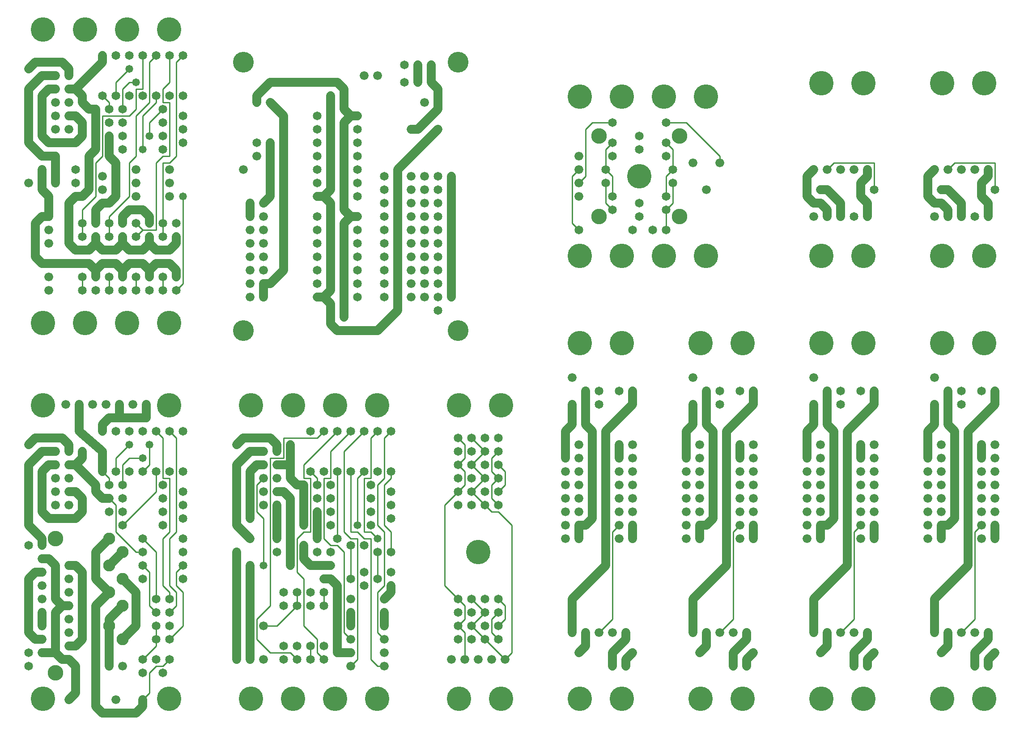
<source format=gtl>
%MOIN*%
%FSLAX25Y25*%
G04 D10 used for Character Trace; *
G04     Circle (OD=.01000) (No hole)*
G04 D11 used for Power Trace; *
G04     Circle (OD=.06500) (No hole)*
G04 D12 used for Signal Trace; *
G04     Circle (OD=.01100) (No hole)*
G04 D13 used for Via; *
G04     Circle (OD=.05800) (Round. Hole ID=.02800)*
G04 D14 used for Component hole; *
G04     Circle (OD=.06500) (Round. Hole ID=.03500)*
G04 D15 used for Component hole; *
G04     Circle (OD=.06600) (Round. Hole ID=.04200)*
G04 D16 used for Component hole; *
G04     Circle (OD=.08200) (Round. Hole ID=.05200)*
G04 D17 used for Component hole; *
G04     Circle (OD=.08950) (Round. Hole ID=.05950)*
G04 D18 used for Component hole; *
G04     Circle (OD=.11600) (Round. Hole ID=.08600)*
G04 D19 used for Component hole; *
G04     Circle (OD=.15500) (Round. Hole ID=.12500)*
G04 D20 used for Component hole; *
G04     Circle (OD=.16600) (Round. Hole ID=.13600)*
G04 D21 used for Component hole; *
G04     Circle (OD=.18200) (Round. Hole ID=.15200)*
%ADD10C,.01000*%
%ADD11C,.06500*%
%ADD12C,.01100*%
%ADD13C,.05800*%
%ADD14C,.06500*%
%ADD15C,.06600*%
%ADD16C,.08200*%
%ADD17C,.08950*%
%ADD18C,.11600*%
%ADD19C,.15500*%
%ADD20C,.16600*%
%ADD21C,.18200*%
%IPPOS*%
%LPD*%
G90*X0Y0D02*D21*X15625Y15625D03*D18*              
X25000Y35000D03*D15*X35000Y15000D03*D11*          
X40000Y20000D01*Y40000D01*X35000Y45000D01*        
X30000D01*X25000Y50000D01*X15000D01*D15*D03*D14*  
X5000Y40000D03*D11*X25000Y50000D02*Y80000D01*     
X30000Y85000D01*X35000D01*D15*D03*D11*X30000D02*  
X25000Y90000D01*Y115000D01*X20000Y120000D01*      
X15000D01*D15*D03*D14*X5000Y130000D03*D11*        
Y105000D02*X10000Y110000D01*X5000Y65000D02*       
Y105000D01*X10000Y60000D02*X5000Y65000D01*        
X10000Y60000D02*X15000D01*D15*D03*D14*            
X5000Y50000D03*D15*X15000Y70000D03*D11*Y80000D01* 
D15*D03*Y90000D03*X35000Y65000D03*Y75000D03*      
X15000Y100000D03*X35000Y95000D03*D11*Y55000D02*   
X40000D01*D15*X35000D03*D11*X40000D02*            
X45000Y60000D01*Y110000D01*X40000Y115000D01*      
X35000D01*D15*D03*Y105000D03*D11*X15000Y130000D02*
Y135000D01*D14*Y130000D03*D11*Y135000D02*         
X5000Y145000D01*Y190000D01*X15000Y200000D01*      
X25000D01*D15*D03*X35000Y190000D03*D11*X40000D01* 
X55000Y175000D01*D14*D03*D11*Y170000D01*          
X60000Y165000D01*X65000D01*D14*D03*D12*           
X70000Y160000D01*Y140000D01*X85000Y125000D01*     
X90000D01*D14*D03*D12*X100000Y90000D02*Y125000D01*
D14*Y90000D03*D12*Y80000D02*X95000Y85000D01*D14*  
X100000Y80000D03*D12*X95000Y85000D02*Y110000D01*  
X90000Y115000D01*D14*D03*D12*X100000Y125000D02*   
X90000Y135000D01*D14*D03*X75000Y145000D03*D12*    
X100000Y170000D01*Y185000D01*D14*D03*D12*         
X105000Y180000D02*X110000D01*Y140000D01*          
X105000Y135000D01*Y100000D01*X110000Y95000D01*    
Y90000D01*D14*D03*D12*Y80000D02*X115000Y85000D01* 
D14*X110000Y80000D03*D12*X115000Y85000D02*        
Y95000D01*X110000Y100000D01*Y135000D01*           
X115000Y140000D01*Y210000D01*X110000Y215000D01*   
D14*D03*D12*X105000Y180000D02*Y210000D01*D14*     
X110000Y185000D03*X105000Y175000D03*D12*          
X90000Y185000D02*X95000Y190000D01*D14*            
X90000Y185000D03*D12*X95000Y190000D02*Y205000D01* 
D13*D03*D14*X100000Y215000D03*D12*                
X105000Y210000D01*D13*X90000Y195000D03*D12*       
X80000D01*X75000Y190000D01*Y175000D01*D14*D03*    
X80000Y185000D03*D12*X65000Y175000D02*Y180000D01* 
D14*Y175000D03*D12*Y180000D02*X60000Y185000D01*   
D14*D03*D11*Y200000D01*X42500Y215000D01*          
Y235000D01*D15*D03*X52500D03*X32500D03*D11*       
X60000Y215000D02*Y220000D01*D14*Y215000D03*D11*   
Y220000D02*X65000Y225000D01*X72500D01*X92500D01*  
Y235000D01*D15*D03*X82500D03*D21*                 
X109375Y234375D03*D14*X80000Y215000D03*X90000D03* 
D15*X72500Y235000D03*D11*Y225000D01*D15*          
X62500Y235000D03*D14*X70000Y215000D03*D13*        
X80000Y205000D03*D12*X70000Y195000D01*Y185000D01* 
D14*D03*X75000Y165000D03*D13*X45000Y200000D03*D11*
Y195000D01*X40000Y190000D01*D15*X35000Y180000D03* 
Y200000D03*D11*Y205000D01*X30000Y210000D01*       
X10000D01*X5000Y205000D01*D13*D03*D11*            
X15000Y185000D02*X20000Y190000D01*                
X15000Y155000D02*Y185000D01*X20000Y150000D02*     
X15000Y155000D01*X20000Y150000D02*X40000D01*      
X45000Y155000D01*Y165000D01*X40000Y170000D01*     
X35000D01*D15*D03*X25000Y180000D03*Y160000D03*    
Y170000D03*X35000Y160000D03*X25000Y190000D03*D11* 
X20000D01*D14*X65000Y155000D03*D21*               
X15625Y234375D03*D14*X75000Y155000D03*D18*        
X25000Y135000D03*D17*X65000D03*D11*               
X55000Y125000D01*Y105000D01*X65000Y95000D01*D17*  
D03*D11*X55000Y85000D01*Y15000D01*D15*D03*D11*    
Y10000D01*X60000Y5000D01*X85000D01*               
X90000Y10000D01*Y15000D01*D15*D03*D12*            
X95000Y20000D01*Y35000D01*X100000Y40000D01*       
X105000D01*X110000Y45000D01*D14*D03*D12*X90000D02*
X100000Y55000D01*D14*X90000Y45000D03*D12*         
X100000Y55000D02*Y60000D01*D14*D03*D12*Y70000D01* 
D14*D03*X110000Y60000D03*D12*X120000Y70000D01*    
Y95000D01*X115000Y100000D01*Y110000D01*           
X120000Y115000D01*D14*D03*Y125000D03*Y105000D03*  
Y135000D03*X90000Y105000D03*X105000Y145000D03*    
X120000Y150000D03*D11*X85000Y70000D02*Y95000D01*  
X75000Y60000D02*X85000Y70000D01*D17*              
X75000Y60000D03*X65000Y70000D03*D11*Y40000D01*D15*
D03*X75000D03*D14*X90000Y35000D03*D15*            
X70000Y15000D03*D11*X65000Y70000D02*Y75000D01*    
X75000Y85000D01*D17*D03*D11*X85000Y95000D02*      
X75000Y105000D01*D17*D03*X65000Y115000D03*D11*    
X75000Y125000D01*D17*D03*D14*X105000Y155000D03*   
Y165000D03*X120000Y170000D03*Y160000D03*          
X110000Y70000D03*X120000Y185000D03*D15*           
X15000Y110000D03*D11*X10000D01*D14*               
X100000Y45000D03*X105000Y35000D03*D21*            
X109375Y15625D03*D14*X120000Y215000D03*G90*       
X0Y0D02*D15*X160000Y45000D03*D11*Y70000D01*D15*   
D03*D11*Y90000D01*D14*D03*D11*Y125000D01*D15*D03* 
X170000Y115000D03*D11*Y90000D01*D14*D03*D11*      
Y70000D01*D15*D03*D11*Y45000D01*D15*D03*          
X180000D03*D12*X185000Y50000D02*X175000Y60000D01* 
X185000Y50000D02*X200000D01*X205000Y45000D01*D14* 
D03*X215000Y55000D03*D12*Y45000D01*D14*D03*D12*   
X225000D02*X220000Y50000D01*D14*X225000Y45000D03* 
D12*X220000Y50000D02*Y60000D01*X210000Y70000D01*  
Y105000D01*X205000Y110000D01*Y135000D01*          
X210000Y140000D01*X215000D01*Y180000D01*          
X210000D01*Y190000D01*X235000Y215000D01*D14*D03*  
X245000D03*D12*X230000Y200000D01*Y180000D01*      
X225000D01*Y135000D01*X230000Y130000D01*          
X235000D01*X240000Y125000D01*Y65000D01*           
X245000Y60000D01*D15*D03*D11*X235000Y50000D02*    
X245000D01*D15*D03*D12*Y40000D02*X250000Y45000D01*
D15*X245000Y40000D03*D12*X250000Y45000D02*        
Y135000D01*X245000D01*X240000Y140000D01*          
Y200000D01*X255000Y215000D01*D14*D03*D12*         
X260000Y180000D02*Y210000D01*X255000Y180000D02*   
X260000D01*X255000Y140000D02*Y180000D01*          
Y140000D02*X260000D01*X265000Y135000D01*D13*D03*  
D12*X270000Y100000D02*Y140000D01*X265000Y95000D02*
X270000Y100000D01*X265000Y65000D02*Y95000D01*     
X270000Y60000D02*X265000Y65000D01*D15*            
X270000Y60000D03*Y70000D03*D11*Y80000D01*D15*D03* 
Y90000D03*D11*X275000Y95000D01*Y100000D01*D14*D03*
X265000Y105000D03*D12*Y125000D01*D14*D03*D12*     
X255000Y135000D02*X260000D01*Y45000D01*           
X265000Y40000D01*X270000D01*D15*D03*Y50000D03*D21*
X264375Y15625D03*D15*X245000Y70000D03*D11*        
Y80000D01*D15*D03*Y90000D03*D14*X225000Y95000D03* 
D12*Y85000D01*D14*D03*X215000Y95000D03*Y85000D03* 
D11*X235000Y50000D02*Y100000D01*D14*              
X225000Y55000D03*X205000D03*D21*X201875Y15625D03* 
X233125D03*D14*X205000Y85000D03*D12*              
X190000Y70000D01*X180000D01*D15*D03*D12*          
X175000Y60000D02*Y75000D01*X185000Y85000D01*      
Y195000D01*X195000D01*Y210000D01*X220000D01*      
X225000Y215000D01*D14*D03*X215000D03*D21*         
X233125Y234375D03*D11*X200000Y180000D02*          
Y190000D01*X205000Y175000D02*X200000Y180000D01*   
X205000Y175000D02*X210000D01*D14*D03*D11*         
Y145000D01*D14*D03*X220000Y135000D03*D11*         
Y145000D01*D14*D03*D11*Y155000D01*D14*D03*        
X230000Y145000D03*Y165000D03*Y155000D03*          
X220000Y165000D03*X230000Y175000D03*D11*          
X200000Y145000D02*Y165000D01*D13*Y145000D03*D11*  
Y115000D01*D13*D03*D14*X190000Y125000D03*D11*     
X215000Y115000D02*X210000Y120000D01*              
X215000Y115000D02*X230000D01*D13*D03*D14*         
X220000Y125000D03*D13*X225000Y105000D03*D11*      
X230000D01*X235000Y100000D01*D14*                 
X245000Y105000D03*D12*Y130000D01*D14*D03*D12*     
X255000Y135000D02*X250000Y140000D01*X245000D01*   
Y185000D01*D14*D03*D12*X250000Y145000D02*         
Y180000D01*D13*Y145000D03*D14*X260000Y155000D03*  
Y145000D03*D12*X270000Y140000D02*                 
X265000Y145000D01*Y175000D01*X270000Y180000D01*   
Y210000D01*X275000Y215000D01*D14*D03*X265000D03*  
D12*X260000Y210000D01*D14*X235000Y185000D03*D12*  
Y135000D01*D14*D03*X230000Y125000D03*             
X255000Y130000D03*X210000D03*D11*Y120000D01*D14*  
X190000Y135000D03*D11*Y160000D01*D15*D03*         
X180000Y170000D03*D12*Y115000D02*Y150000D01*D13*  
Y115000D03*D15*X170000Y135000D03*D11*             
X160000Y145000D01*Y190000D01*X170000Y200000D01*   
X180000D01*D15*D03*X190000Y190000D03*D11*         
X200000D01*Y205000D01*D13*D03*D11*                
X190000Y200000D02*Y205000D01*D15*Y200000D03*D11*  
Y205000D02*X185000Y210000D01*X165000D01*          
X160000Y205000D01*D13*D03*D11*X170000Y185000D02*  
X175000Y190000D01*X170000Y150000D02*Y185000D01*   
D13*Y150000D03*D12*X180000D02*X175000Y155000D01*  
Y175000D01*X180000Y180000D01*D15*D03*             
X190000Y170000D03*D11*X195000D01*                 
X200000Y165000D01*D15*X190000Y180000D03*D14*      
X215000Y185000D03*D12*X220000Y180000D01*          
Y175000D01*D14*D03*X225000Y185000D03*D12*         
X250000Y180000D02*X255000Y185000D01*D14*D03*      
X265000D03*X260000Y175000D03*D12*                 
X270000Y145000D02*Y175000D01*X275000Y140000D02*   
X270000Y145000D01*X275000Y125000D02*Y140000D01*   
D14*Y125000D03*Y110000D03*X255000D03*Y100000D03*  
X275000Y150000D03*Y160000D03*X260000Y165000D03*   
X275000Y170000D03*D12*X270000Y175000D02*          
X275000Y180000D01*Y185000D01*D14*D03*D21*         
X264375Y234375D03*X201875D03*D14*X195000Y95000D03*
X205000D03*D12*Y85000D01*D14*X195000D03*Y55000D03*
Y45000D03*D21*X170625Y15625D03*D15*               
X180000Y160000D03*Y190000D03*D11*X175000D01*D21*  
X170625Y234375D03*G90*X0Y0D02*D12*                
X325000Y90000D02*X315000Y100000D01*D14*           
X325000Y90000D03*D12*X330000Y85000D01*Y75000D01*  
X325000Y70000D01*D14*D03*D12*X330000Y65000D01*    
Y45000D01*D15*D03*X340000D03*X320000D03*D14*      
X345000Y60000D03*D12*X360000Y45000D01*D15*D03*D12*
X365000Y50000D01*Y145000D01*X355000Y155000D01*    
X350000D01*X345000Y160000D01*D14*D03*D12*         
X335000Y170000D01*D14*D03*D12*X345000Y180000D01*  
D14*D03*D12*X335000Y190000D01*D14*D03*D12*        
X345000Y200000D01*D14*D03*D12*X335000Y210000D01*  
D14*D03*D12*X330000Y195000D02*Y205000D01*         
X325000Y190000D02*X330000Y195000D01*D14*          
X325000Y190000D03*D12*X330000Y185000D01*          
Y175000D01*X325000Y170000D01*D14*D03*D12*         
X315000Y160000D01*Y100000D01*D14*X335000Y80000D03*
Y90000D03*D12*X345000Y80000D01*D14*D03*D12*       
X335000Y70000D01*D14*D03*D12*X345000Y60000D01*    
X355000D02*X350000Y65000D01*D14*X355000Y60000D03* 
D12*X350000Y65000D02*Y75000D01*X355000Y80000D01*  
D14*D03*D12*Y70000D02*X360000Y75000D01*D14*       
X355000Y70000D03*D12*X360000Y75000D02*Y85000D01*  
X355000Y90000D01*D14*D03*X345000D03*Y70000D03*    
X325000Y60000D03*X335000D03*X325000Y80000D03*D21* 
X340000Y125000D03*D15*X350000Y45000D03*D14*       
X355000Y160000D03*D12*X350000Y165000D01*          
Y175000D01*X355000Y180000D01*D14*D03*D12*         
X350000Y185000D01*Y195000D01*X355000Y200000D01*   
D14*D03*X345000Y210000D03*Y190000D03*             
X355000Y210000D03*Y190000D03*D12*                 
X360000Y185000D01*Y175000D01*X355000Y170000D01*   
D14*D03*X345000D03*X335000Y180000D03*Y160000D03*  
X325000Y200000D03*Y180000D03*Y160000D03*          
X335000Y200000D03*D12*X330000Y205000D02*          
X325000Y210000D01*D14*D03*D21*X325625Y234375D03*  
X356875D03*X325625Y15625D03*X356875D03*G90*       
X0Y0D02*X109375Y295625D03*X78125D03*X46875D03*    
X15625D03*D14*X115000Y320000D03*D12*              
X120000Y325000D01*Y390000D01*D13*D03*D15*         
X110000Y400000D03*Y390000D03*D14*                 
X105000Y370000D03*D12*Y360000D01*D14*D03*D12*     
X90000Y365000D02*X100000D01*X85000Y360000D02*     
X90000Y365000D01*D14*X85000Y360000D03*D12*        
X90000Y365000D02*X85000Y370000D01*D14*D03*        
X95000Y360000D03*D11*Y355000D01*X90000Y350000D01* 
X80000D01*X75000Y355000D01*X70000Y350000D01*      
X60000D01*X55000Y355000D01*X50000Y350000D01*      
X40000D01*X35000Y355000D01*Y385000D01*            
X40000Y390000D01*X45000D01*X50000Y395000D01*      
Y420000D01*X55000Y425000D01*Y455000D01*D14*D03*   
D11*X50000D01*X45000Y460000D01*Y465000D01*        
X40000Y470000D01*X35000D01*D15*D03*D11*X40000D02* 
X60000Y490000D01*Y495000D01*D14*D03*X70000D03*D12*
X75000Y470000D02*X80000Y475000D01*                
X75000Y455000D02*Y470000D01*D14*Y455000D03*D12*   
X60000Y450000D02*X80000D01*X60000Y420000D02*      
Y450000D01*X55000Y415000D02*X60000Y420000D01*     
X55000Y390000D02*Y415000D01*X45000Y380000D02*     
X55000Y390000D01*X45000Y370000D02*Y380000D01*D14* 
Y370000D03*D12*Y360000D01*D14*D03*                
X55000Y370000D03*D11*Y380000D01*X60000Y385000D01* 
X65000D01*X70000Y390000D01*Y415000D01*            
X65000Y420000D01*Y435000D01*D14*D03*              
X75000Y425000D03*Y445000D03*Y435000D03*           
X65000Y445000D03*D12*X80000Y450000D02*            
X85000Y455000D01*Y470000D01*X90000D01*Y495000D01* 
D14*D03*D12*X95000Y460000D02*Y490000D01*          
X85000Y450000D02*X95000Y460000D01*                
X85000Y420000D02*Y450000D01*X80000Y415000D02*     
X85000Y420000D01*X80000Y390000D02*Y415000D01*     
X65000Y375000D02*X80000Y390000D01*                
X65000Y370000D02*Y375000D01*D14*Y370000D03*D12*   
Y360000D01*D14*D03*X75000Y370000D03*D11*          
Y375000D01*X80000Y380000D01*X90000D01*            
X95000Y375000D01*Y370000D01*D14*D03*D12*          
X100000Y365000D02*Y415000D01*X105000Y420000D01*   
X110000D01*Y460000D01*X105000D01*Y470000D01*      
X110000Y475000D01*Y495000D01*D14*D03*D12*         
X115000Y420000D02*Y490000D01*X110000Y415000D02*   
X115000Y420000D01*X105000Y415000D02*X110000D01*   
X105000Y370000D02*Y415000D01*D14*                 
X115000Y360000D03*D11*Y355000D01*                 
X110000Y350000D01*X100000D01*X95000Y355000D01*    
X115000Y335000D02*X110000Y340000D01*              
X115000Y330000D02*Y335000D01*D14*Y330000D03*      
X105000Y320000D03*D12*Y330000D01*D14*D03*         
X95000Y320000D03*D11*X100000Y340000D02*X110000D01*
X95000Y335000D02*X100000Y340000D01*               
X95000Y330000D02*Y335000D01*D14*Y330000D03*D11*   
Y335000D02*X90000Y340000D01*X80000D01*            
X75000Y335000D01*Y330000D01*D14*D03*D11*          
Y335000D02*X70000Y340000D01*X60000D01*            
X55000Y335000D01*Y330000D01*D14*D03*D11*          
Y335000D02*X50000Y340000D01*X20000D01*D15*D03*D11*
X15000D01*X10000Y345000D01*Y370000D01*            
X15000Y375000D01*X20000D01*D15*D03*D11*Y390000D01*
X15000Y395000D01*Y410000D01*D15*D03*              
X25000Y400000D03*D11*Y420000D01*D13*D03*D11*      
X15000D01*X5000Y430000D01*Y470000D01*             
X15000Y480000D01*X25000D01*D15*D03*D11*           
X35000Y485000D02*X30000Y490000D01*                
X35000Y480000D02*Y485000D01*D15*Y480000D03*       
X25000Y470000D03*D11*X20000D01*X15000Y465000D01*  
Y435000D01*X20000Y430000D01*X40000D01*            
X45000Y435000D01*Y445000D01*X40000Y450000D01*     
X35000D01*D15*D03*X25000Y460000D03*Y440000D03*    
X35000Y460000D03*X25000Y450000D03*                
X35000Y440000D03*D14*X60000Y465000D03*D12*        
X65000Y460000D01*Y455000D01*D14*D03*              
X70000Y465000D03*D12*Y475000D01*X80000Y485000D01* 
D13*D03*D14*Y495000D03*D12*Y475000D02*X85000D01*  
D13*D03*D14*X80000Y465000D03*X90000D03*D12*       
Y450000D02*X100000Y460000D01*X90000Y425000D02*    
Y450000D01*D13*Y425000D03*X95000Y435000D03*D12*   
Y445000D01*X105000Y455000D01*D14*D03*D12*         
X100000Y460000D02*Y465000D01*D14*D03*X110000D03*  
X120000Y450000D03*Y465000D03*X105000Y445000D03*   
D12*X115000Y490000D02*X120000Y495000D01*D14*D03*  
X100000D03*D12*X95000Y490000D01*D21*              
X109375Y514375D03*X78125D03*X46875D03*D14*        
X120000Y440000D03*X105000Y435000D03*              
X120000Y430000D03*D11*X10000Y490000D02*X30000D01* 
X5000Y485000D02*X10000Y490000D01*D13*             
X5000Y485000D03*D21*X15625Y514375D03*D14*         
X40000Y410000D03*D15*X85000D03*X60000Y405000D03*  
X5000Y400000D03*D14*X40000D03*D15*X85000D03*      
X60000Y395000D03*X85000Y390000D03*D14*            
X105000Y425000D03*D15*X110000Y410000D03*D14*      
X115000Y370000D03*D15*X20000Y365000D03*D14*       
X55000Y360000D03*D11*Y355000D01*X75000D02*        
Y360000D01*D14*D03*X45000Y330000D03*D12*          
Y320000D01*D14*D03*X55000D03*X65000D03*D12*       
Y330000D01*D14*D03*X75000Y320000D03*X85000D03*D12*
Y330000D01*D14*D03*D15*X20000Y355000D03*          
Y330000D03*Y320000D03*G90*X0Y0D02*D11*            
X235000Y290000D02*X265000D01*X235000D02*          
X230000Y295000D01*Y300000D01*D14*D03*D11*         
Y310000D01*X225000Y315000D01*X220000D01*D14*D03*  
D11*X225000D02*X230000Y320000D01*Y385000D01*      
X225000Y390000D01*X220000D01*D14*D03*D11*         
X225000D02*X230000Y395000D01*Y465000D01*D14*D03*  
D11*X245000Y450000D02*X240000Y455000D01*          
Y445000D02*X245000Y450000D01*X240000Y380000D02*   
Y445000D01*X245000Y375000D02*X240000Y380000D01*   
Y370000D02*X245000Y375000D01*X240000Y300000D02*   
Y370000D01*D14*Y300000D03*X250000Y315000D03*D11*  
X265000Y290000D02*X280000Y305000D01*Y410000D01*   
X310000Y440000D01*D15*D03*D11*X295000D02*         
X310000Y455000D01*X290000Y440000D02*X295000D01*   
D15*X290000D03*X300000Y460000D03*D11*             
X310000Y455000D02*Y470000D01*X305000Y475000D01*   
D14*D03*D11*Y488000D01*D14*D03*X295000Y475000D03* 
D11*Y488000D01*D14*D03*X285000Y475000D03*         
Y488000D03*D19*X325000Y490000D03*D15*             
X265000Y480000D03*X255000D03*D14*                 
X250000Y440000D03*Y450000D03*D11*X245000D01*      
X240000Y455000D02*Y465000D01*D14*D03*D11*         
Y470000D01*X235000Y475000D01*X185000D01*          
X175000Y465000D01*Y460000D01*D14*D03*X185000D03*  
D11*X195000Y450000D01*Y335000D01*                 
X185000Y325000D01*X180000D01*D15*D03*D11*         
Y315000D01*D15*D03*X170000Y325000D03*Y315000D03*  
X180000Y335000D03*X170000D03*D19*                 
X165000Y290000D03*D15*X180000Y345000D03*          
X170000D03*D14*X220000Y355000D03*D15*X180000D03*  
D14*X220000Y325000D03*D15*X170000Y355000D03*D14*  
X220000Y335000D03*Y345000D03*Y365000D03*D15*      
X180000D03*X170000D03*D14*X220000Y375000D03*D15*  
X180000D03*X170000D03*D11*Y385000D01*D15*D03*     
X180000D03*D11*X185000Y390000D01*Y410000D01*D15*  
D03*D11*Y430000D01*D14*D03*D15*X175000Y420000D03* 
D14*Y430000D03*D15*X165000Y410000D03*D14*         
X220000Y400000D03*Y410000D03*Y420000D03*          
Y430000D03*Y440000D03*Y450000D03*D11*             
X245000Y375000D02*X250000D01*D14*D03*Y365000D03*  
Y390000D03*X270000Y355000D03*Y395000D03*          
Y365000D03*Y375000D03*X250000Y355000D03*          
X270000Y385000D03*X250000Y400000D03*              
X270000Y405000D03*X250000Y345000D03*X270000D03*   
X250000Y410000D03*D15*X290000Y335000D03*          
Y345000D03*Y355000D03*Y365000D03*Y375000D03*D14*  
X250000Y335000D03*D15*X290000Y385000D03*          
Y395000D03*D14*X270000Y335000D03*D15*             
X290000Y405000D03*D14*X250000Y420000D03*D15*      
X300000Y325000D03*Y335000D03*Y345000D03*          
Y355000D03*Y365000D03*Y375000D03*D14*             
X250000Y325000D03*D15*X300000Y385000D03*          
Y395000D03*D14*X270000Y325000D03*D15*             
X300000Y405000D03*X290000Y325000D03*D14*          
X250000Y430000D03*X310000Y315000D03*Y325000D03*   
Y335000D03*Y345000D03*Y355000D03*Y365000D03*      
Y375000D03*Y385000D03*Y395000D03*                 
X270000Y315000D03*X310000Y405000D03*D15*          
X290000Y315000D03*X300000D03*D14*X320000D03*D11*  
Y325000D01*D14*D03*D11*Y335000D01*D14*D03*D11*    
Y345000D01*D14*D03*D11*Y355000D01*D14*D03*D11*    
Y365000D01*D14*D03*D11*Y375000D01*D14*D03*D11*    
Y385000D01*D14*D03*D11*Y395000D01*D14*D03*D11*    
Y405000D01*D14*D03*X310000Y305000D03*D19*         
X325000Y290000D03*X165000Y490000D03*G90*X0Y0D02*  
D15*X405000Y135000D03*Y145000D03*Y155000D03*      
Y165000D03*Y175000D03*Y185000D03*Y195000D03*D11*  
Y205000D01*D15*D03*D11*Y215000D01*                
X410000Y220000D01*Y235000D01*D15*D03*             
X420000Y245000D03*D11*Y220000D01*                 
X425000Y215000D01*Y150000D01*X420000Y145000D01*   
X415000D01*D15*D03*D11*Y135000D01*D15*D03*D11*    
X410000Y90000D02*X435000Y115000D01*               
X410000Y65000D02*Y90000D01*D15*Y65000D03*D11*     
X415000Y50000D02*X420000Y55000D01*D14*            
X415000Y50000D03*D11*X420000Y55000D02*Y65000D01*  
D15*D03*X430000D03*D12*X440000Y75000D01*          
Y140000D01*X445000Y145000D01*D15*D03*             
X455000Y135000D03*D11*Y145000D01*D15*D03*         
X445000Y155000D03*Y135000D03*X455000Y155000D03*   
Y165000D03*X445000D03*D11*X435000Y115000D02*      
Y215000D01*X455000Y235000D01*Y245000D01*D14*D03*  
X445000D03*X430000D03*Y235000D03*D21*             
X446875Y280625D03*D15*X415000Y205000D03*D21*      
X415625Y280625D03*D15*X445000Y205000D03*D11*      
Y195000D01*D15*D03*X455000Y185000D03*Y205000D03*  
Y195000D03*X445000Y185000D03*Y175000D03*          
X455000D03*X415000Y165000D03*Y195000D03*          
Y185000D03*Y175000D03*Y155000D03*                 
X410000Y255000D03*X440000Y65000D03*X450000D03*D11*
Y60000D01*X440000Y50000D01*Y40000D01*D14*D03*     
X450000D03*D11*Y45000D01*X455000Y50000D01*D14*D03*
D21*X446875Y15625D03*X415625D03*G90*X0Y0D02*D15*  
X495000Y135000D03*Y145000D03*Y155000D03*          
Y165000D03*Y175000D03*Y185000D03*Y195000D03*D11*  
Y205000D01*D15*D03*D11*Y215000D01*                
X500000Y220000D01*Y235000D01*D15*D03*             
X510000Y245000D03*D11*Y220000D01*                 
X515000Y215000D01*Y150000D01*X510000Y145000D01*   
X505000D01*D15*D03*D11*Y135000D01*D15*D03*D11*    
X500000Y90000D02*X525000Y115000D01*               
X500000Y65000D02*Y90000D01*D15*Y65000D03*D11*     
X505000Y50000D02*X510000Y55000D01*D14*            
X505000Y50000D03*D11*X510000Y55000D02*Y65000D01*  
D15*D03*X520000D03*D12*X530000Y75000D01*          
Y140000D01*X535000Y145000D01*D15*D03*             
X545000Y135000D03*D11*Y145000D01*D15*D03*         
X535000Y155000D03*Y135000D03*X545000Y155000D03*   
Y165000D03*X535000D03*D11*X525000Y115000D02*      
Y215000D01*X545000Y235000D01*Y245000D01*D14*D03*  
X535000D03*X520000D03*Y235000D03*D21*             
X536875Y280625D03*D15*X505000Y205000D03*D21*      
X505625Y280625D03*D15*X535000Y205000D03*D11*      
Y195000D01*D15*D03*X545000Y185000D03*Y205000D03*  
Y195000D03*X535000Y185000D03*Y175000D03*          
X545000D03*X505000Y165000D03*Y195000D03*          
Y185000D03*Y175000D03*Y155000D03*                 
X500000Y255000D03*X530000Y65000D03*X540000D03*D11*
Y60000D01*X530000Y50000D01*Y40000D01*D14*D03*     
X540000D03*D11*Y45000D01*X545000Y50000D01*D14*D03*
D21*X536875Y15625D03*X505625D03*G90*X0Y0D02*D15*  
X585000Y135000D03*Y145000D03*Y155000D03*          
Y165000D03*Y175000D03*Y185000D03*Y195000D03*D11*  
Y205000D01*D15*D03*D11*Y215000D01*                
X590000Y220000D01*Y235000D01*D15*D03*             
X600000Y245000D03*D11*Y220000D01*                 
X605000Y215000D01*Y150000D01*X600000Y145000D01*   
X595000D01*D15*D03*D11*Y135000D01*D15*D03*D11*    
X590000Y90000D02*X615000Y115000D01*               
X590000Y65000D02*Y90000D01*D15*Y65000D03*D11*     
X595000Y50000D02*X600000Y55000D01*D14*            
X595000Y50000D03*D11*X600000Y55000D02*Y65000D01*  
D15*D03*X610000D03*D12*X620000Y75000D01*          
Y140000D01*X625000Y145000D01*D15*D03*             
X635000Y135000D03*D11*Y145000D01*D15*D03*         
X625000Y155000D03*Y135000D03*X635000Y155000D03*   
Y165000D03*X625000D03*D11*X615000Y115000D02*      
Y215000D01*X635000Y235000D01*Y245000D01*D14*D03*  
X625000D03*X610000D03*Y235000D03*D21*             
X626875Y280625D03*D15*X595000Y205000D03*D21*      
X595625Y280625D03*D15*X625000Y205000D03*D11*      
Y195000D01*D15*D03*X635000Y185000D03*Y205000D03*  
Y195000D03*X625000Y185000D03*Y175000D03*          
X635000D03*X595000Y165000D03*Y195000D03*          
Y185000D03*Y175000D03*Y155000D03*                 
X590000Y255000D03*X620000Y65000D03*X630000D03*D11*
Y60000D01*X620000Y50000D01*Y40000D01*D14*D03*     
X630000D03*D11*Y45000D01*X635000Y50000D01*D14*D03*
D21*X626875Y15625D03*X595625D03*G90*X0Y0D02*D15*  
X675000Y135000D03*Y145000D03*Y155000D03*          
Y165000D03*Y175000D03*Y185000D03*Y195000D03*D11*  
Y205000D01*D15*D03*D11*Y215000D01*                
X680000Y220000D01*Y235000D01*D15*D03*             
X690000Y245000D03*D11*Y220000D01*                 
X695000Y215000D01*Y150000D01*X690000Y145000D01*   
X685000D01*D15*D03*D11*Y135000D01*D15*D03*D11*    
X680000Y90000D02*X705000Y115000D01*               
X680000Y65000D02*Y90000D01*D15*Y65000D03*D11*     
X685000Y50000D02*X690000Y55000D01*D14*            
X685000Y50000D03*D11*X690000Y55000D02*Y65000D01*  
D15*D03*X700000D03*D12*X710000Y75000D01*          
Y140000D01*X715000Y145000D01*D15*D03*             
X725000Y135000D03*D11*Y145000D01*D15*D03*         
X715000Y155000D03*Y135000D03*X725000Y155000D03*   
Y165000D03*X715000D03*D11*X705000Y115000D02*      
Y215000D01*X725000Y235000D01*Y245000D01*D14*D03*  
X715000D03*X700000D03*Y235000D03*D21*             
X716875Y280625D03*D15*X685000Y205000D03*D21*      
X685625Y280625D03*D15*X715000Y205000D03*D11*      
Y195000D01*D15*D03*X725000Y185000D03*Y205000D03*  
Y195000D03*X715000Y185000D03*Y175000D03*          
X725000D03*X685000Y165000D03*Y195000D03*          
Y185000D03*Y175000D03*Y155000D03*                 
X680000Y255000D03*X710000Y65000D03*X720000D03*D11*
Y60000D01*X710000Y50000D01*Y40000D01*D14*D03*     
X720000D03*D11*Y45000D01*X725000Y50000D01*D14*D03*
D21*X716875Y15625D03*X685625D03*G90*X0Y0D02*D12*  
X415000Y365000D02*X410000Y370000D01*D14*          
X415000Y365000D03*D12*X410000Y370000D02*          
Y405000D01*X415000Y410000D01*D15*D03*D12*         
Y400000D02*X420000Y405000D01*D15*                 
X415000Y400000D03*D12*X420000Y405000D02*          
Y440000D01*X425000Y445000D01*X440000D01*D14*D03*  
D18*X430000Y435000D03*D14*X440000Y430000D03*D12*  
X435000Y425000D01*Y410000D01*D14*D03*D12*         
X440000Y405000D01*Y390000D01*D14*D03*D12*         
Y380000D02*X435000Y385000D01*D14*                 
X440000Y380000D03*D12*X435000Y385000D02*          
Y400000D01*D14*D03*D15*X415000Y420000D03*D14*     
X440000D03*D15*X415000Y390000D03*D14*             
X460000Y375000D03*Y425000D03*Y385000D03*D18*      
X430000Y375000D03*D21*X460000Y405000D03*D14*      
X470000Y365000D03*X460000Y435000D03*              
X455000Y365000D03*X480000Y445000D03*D12*          
X495000D01*X520000Y420000D01*Y415000D01*D15*D03*  
X510000Y395000D03*X500000Y415000D03*D18*          
X490000Y435000D03*D12*X485000Y410000D02*          
Y425000D01*D14*Y410000D03*D12*X480000Y405000D01*  
Y390000D01*D14*D03*D12*Y380000D02*                
X485000Y385000D01*D14*X480000Y380000D03*D12*      
Y365000D01*D14*D03*D18*X490000Y375000D03*D12*     
X485000Y385000D02*Y400000D01*D14*D03*             
X480000Y420000D03*D12*X485000Y425000D02*          
X480000Y430000D01*D14*D03*D21*X446875Y464375D03*  
X509375D03*X478125D03*X415625D03*Y345625D03*      
X446875D03*X478125D03*X509375D03*G90*X0Y0D02*D11* 
X590000Y385000D02*X585000Y390000D01*              
X590000Y385000D02*X595000D01*X600000Y380000D01*   
Y375000D01*D15*D03*D11*X610000D02*Y385000D01*D15* 
Y375000D03*D14*X620000D03*D11*X610000Y385000D02*  
X600000Y395000D01*X595000D01*D14*D03*D11*         
X585000Y390000D02*Y405000D01*X590000Y410000D01*   
D15*D03*X600000D03*D12*X605000Y415000D01*         
X635000D01*Y395000D01*D14*D03*D11*                
X625000Y390000D02*Y400000D01*X630000Y385000D02*   
X625000Y390000D01*X630000Y375000D02*Y385000D01*   
D14*Y375000D03*D11*X625000Y400000D02*             
X630000Y405000D01*Y410000D01*D15*D03*X620000D03*  
X610000D03*X590000Y375000D03*D21*                 
X595625Y345625D03*X626875D03*Y474375D03*          
X595625D03*G90*X0Y0D02*D11*X680000Y385000D02*     
X675000Y390000D01*X680000Y385000D02*X685000D01*   
X690000Y380000D01*Y375000D01*D15*D03*D11*         
X700000D02*Y385000D01*D15*Y375000D03*D14*         
X710000D03*D11*X700000Y385000D02*                 
X690000Y395000D01*X685000D01*D14*D03*D11*         
X675000Y390000D02*Y405000D01*X680000Y410000D01*   
D15*D03*X690000D03*D12*X695000Y415000D01*         
X725000D01*Y395000D01*D14*D03*D11*                
X715000Y390000D02*Y400000D01*X720000Y385000D02*   
X715000Y390000D01*X720000Y375000D02*Y385000D01*   
D14*Y375000D03*D11*X715000Y400000D02*             
X720000Y405000D01*Y410000D01*D15*D03*X710000D03*  
X700000D03*X680000Y375000D03*D21*                 
X685625Y345625D03*X716875D03*Y474375D03*          
X685625D03*M02*                                   

</source>
